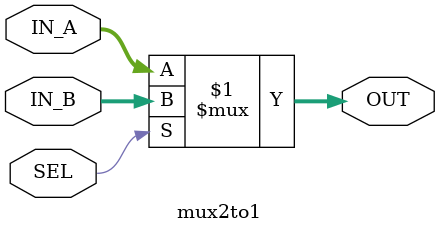
<source format=sv>
module mux2to1 #(
    parameter WIDTH = 32
) (
    input logic[WIDTH-1:0] IN_A,
    input logic[WIDTH-1:0] IN_B,
    input logic SEL,
    output logic[WIDTH-1:0] OUT
);

assign OUT = SEL ? IN_B:IN_A;

endmodule

</source>
